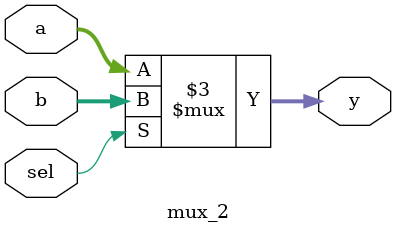
<source format=v>
`timescale 1ns / 1ps

module mux_2 #(
    parameter number = 32
)(
    input wire [number-1:0] a,
    input wire [number-1:0] b,
    input wire sel,
    output reg [number-1:0] y
);

    always @(*) begin
        case (sel)
            1'b1:    y = b;
            default: y = a;
        endcase
    end

endmodule
</source>
